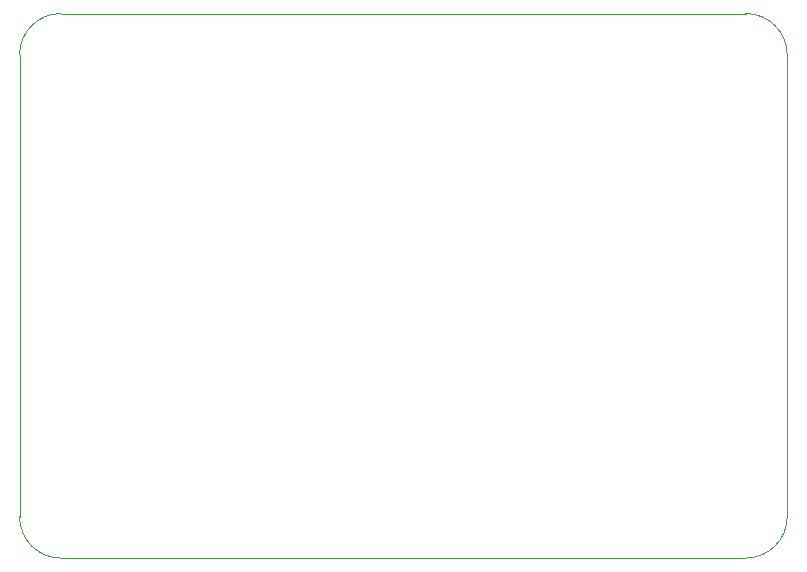
<source format=gbr>
%TF.GenerationSoftware,KiCad,Pcbnew,8.0.2*%
%TF.CreationDate,2024-12-18T21:51:39-06:00*%
%TF.ProjectId,daisy_chain_board,64616973-795f-4636-9861-696e5f626f61,rev?*%
%TF.SameCoordinates,Original*%
%TF.FileFunction,Profile,NP*%
%FSLAX46Y46*%
G04 Gerber Fmt 4.6, Leading zero omitted, Abs format (unit mm)*
G04 Created by KiCad (PCBNEW 8.0.2) date 2024-12-18 21:51:39*
%MOMM*%
%LPD*%
G01*
G04 APERTURE LIST*
%TA.AperFunction,Profile*%
%ADD10C,0.050000*%
%TD*%
G04 APERTURE END LIST*
D10*
X83800000Y-45696000D02*
X141800000Y-45696000D01*
X141800000Y410000D02*
G75*
G02*
X145300000Y-3090000I0J-3500000D01*
G01*
X83800000Y410000D02*
X141800000Y410000D01*
X80300000Y-3090000D02*
G75*
G02*
X83800000Y410000I3500000J0D01*
G01*
X83800000Y-45696000D02*
G75*
G02*
X80300000Y-42196000I0J3500000D01*
G01*
X145300000Y-42196000D02*
G75*
G02*
X141800000Y-45696000I-3500000J0D01*
G01*
X80300000Y-3090000D02*
X80300000Y-42196000D01*
X145300000Y-3090000D02*
X145300000Y-42196000D01*
M02*

</source>
